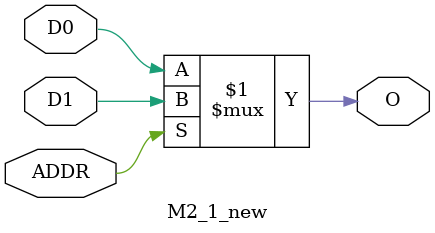
<source format=v>
module M2_1_new(	input D0,	output O,
						input D1,
						input ADDR
    );

assign O = ADDR ? D1 : D0;

endmodule

</source>
